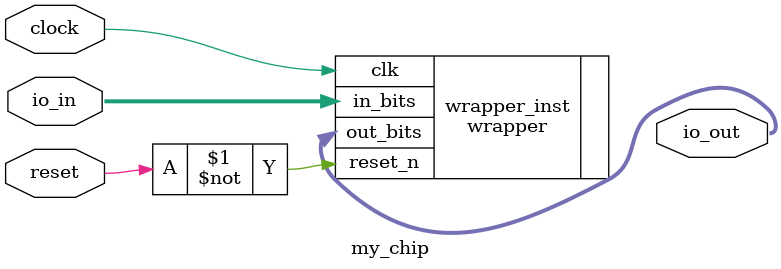
<source format=sv>
`default_nettype none

module my_chip (
    input logic [11:0] io_in, // Inputs to your chip
    output logic [11:0] io_out, // Outputs from your chip
    input logic clock,
    input logic reset // Important: Reset is ACTIVE-HIGH
);
    
    wrapper wrapper_inst (
        .clk      (clock),
        .reset_n  (~reset),   // convert active-HIGH to active-LOW
        .in_bits  (io_in),
        .out_bits (io_out)
    );
    
endmodule

</source>
